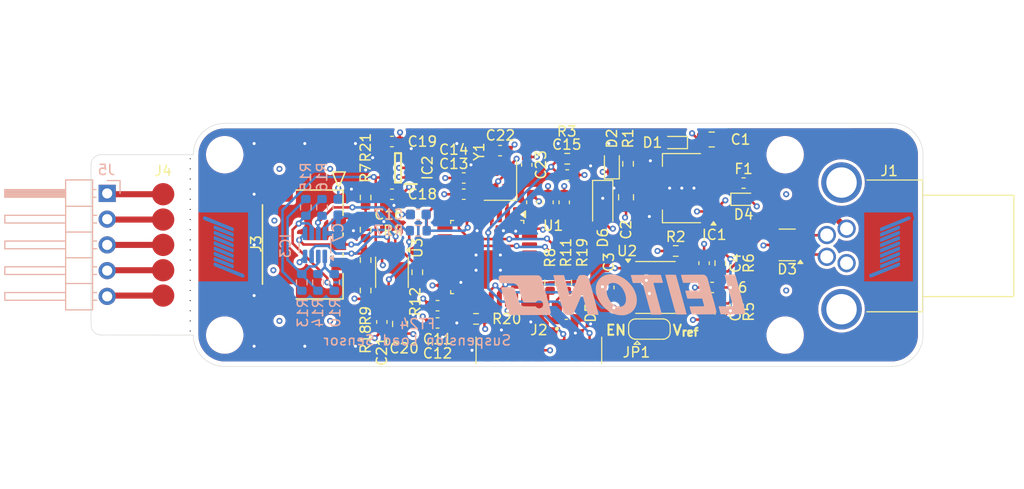
<source format=kicad_pcb>
(kicad_pcb
	(version 20240108)
	(generator "pcbnew")
	(generator_version "8.0")
	(general
		(thickness 1.6)
		(legacy_teardrops no)
	)
	(paper "A4")
	(layers
		(0 "F.Cu" signal)
		(1 "In1.Cu" signal)
		(2 "In2.Cu" signal)
		(31 "B.Cu" signal)
		(32 "B.Adhes" user "B.Adhesive")
		(33 "F.Adhes" user "F.Adhesive")
		(34 "B.Paste" user)
		(35 "F.Paste" user)
		(36 "B.SilkS" user "B.Silkscreen")
		(37 "F.SilkS" user "F.Silkscreen")
		(38 "B.Mask" user)
		(39 "F.Mask" user)
		(40 "Dwgs.User" user "User.Drawings")
		(41 "Cmts.User" user "User.Comments")
		(42 "Eco1.User" user "User.Eco1")
		(43 "Eco2.User" user "User.Eco2")
		(44 "Edge.Cuts" user)
		(45 "Margin" user)
		(46 "B.CrtYd" user "B.Courtyard")
		(47 "F.CrtYd" user "F.Courtyard")
		(48 "B.Fab" user)
		(49 "F.Fab" user)
		(50 "User.1" user)
		(51 "User.2" user)
		(52 "User.3" user)
		(53 "User.4" user)
		(54 "User.5" user)
		(55 "User.6" user)
		(56 "User.7" user)
		(57 "User.8" user)
		(58 "User.9" user)
	)
	(setup
		(stackup
			(layer "F.SilkS"
				(type "Top Silk Screen")
			)
			(layer "F.Paste"
				(type "Top Solder Paste")
			)
			(layer "F.Mask"
				(type "Top Solder Mask")
				(thickness 0.01)
			)
			(layer "F.Cu"
				(type "copper")
				(thickness 0.035)
			)
			(layer "dielectric 1"
				(type "prepreg")
				(thickness 0.1)
				(material "FR4")
				(epsilon_r 4.5)
				(loss_tangent 0.02)
			)
			(layer "In1.Cu"
				(type "copper")
				(thickness 0.035)
			)
			(layer "dielectric 2"
				(type "core")
				(thickness 1.24)
				(material "FR4")
				(epsilon_r 4.5)
				(loss_tangent 0.02)
			)
			(layer "In2.Cu"
				(type "copper")
				(thickness 0.035)
			)
			(layer "dielectric 3"
				(type "prepreg")
				(thickness 0.1)
				(material "FR4")
				(epsilon_r 4.5)
				(loss_tangent 0.02)
			)
			(layer "B.Cu"
				(type "copper")
				(thickness 0.035)
			)
			(layer "B.Mask"
				(type "Bottom Solder Mask")
				(thickness 0.01)
			)
			(layer "B.Paste"
				(type "Bottom Solder Paste")
			)
			(layer "B.SilkS"
				(type "Bottom Silk Screen")
			)
			(copper_finish "None")
			(dielectric_constraints no)
		)
		(pad_to_mask_clearance 0)
		(allow_soldermask_bridges_in_footprints no)
		(pcbplotparams
			(layerselection 0x00010fc_ffffffff)
			(plot_on_all_layers_selection 0x0000000_00000000)
			(disableapertmacros no)
			(usegerberextensions no)
			(usegerberattributes yes)
			(usegerberadvancedattributes yes)
			(creategerberjobfile yes)
			(dashed_line_dash_ratio 12.000000)
			(dashed_line_gap_ratio 3.000000)
			(svgprecision 4)
			(plotframeref no)
			(viasonmask no)
			(mode 1)
			(useauxorigin no)
			(hpglpennumber 1)
			(hpglpenspeed 20)
			(hpglpendiameter 15.000000)
			(pdf_front_fp_property_popups yes)
			(pdf_back_fp_property_popups yes)
			(dxfpolygonmode yes)
			(dxfimperialunits yes)
			(dxfusepcbnewfont yes)
			(psnegative no)
			(psa4output no)
			(plotreference yes)
			(plotvalue yes)
			(plotfptext yes)
			(plotinvisibletext no)
			(sketchpadsonfab no)
			(subtractmaskfromsilk no)
			(outputformat 1)
			(mirror no)
			(drillshape 1)
			(scaleselection 1)
			(outputdirectory "")
		)
	)
	(net 0 "")
	(net 1 "+12V")
	(net 2 "GND")
	(net 3 "+3V3")
	(net 4 "/CANH")
	(net 5 "/CANL")
	(net 6 "/NRST")
	(net 7 "/V_{x}")
	(net 8 "Net-(D2-A)")
	(net 9 "Net-(JP1-C)")
	(net 10 "Net-(U2-Rs)")
	(net 11 "/V_{out,x}")
	(net 12 "/V_{y}")
	(net 13 "unconnected-(U1-PA3-Pad9)")
	(net 14 "unconnected-(U1-PB0-Pad14)")
	(net 15 "unconnected-(U1-PA15-Pad25)")
	(net 16 "/OSC_OUT")
	(net 17 "unconnected-(U1-PA6-Pad12)")
	(net 18 "unconnected-(U1-PB4-Pad27)")
	(net 19 "unconnected-(U1-PA4-Pad10)")
	(net 20 "unconnected-(U1-PB8-Pad31)")
	(net 21 "/SWDIO")
	(net 22 "/SWCLK")
	(net 23 "unconnected-(U1-PB1-Pad15)")
	(net 24 "unconnected-(U1-PA10-Pad20)")
	(net 25 "unconnected-(U1-PB6-Pad29)")
	(net 26 "unconnected-(U1-PB5-Pad28)")
	(net 27 "Net-(D1-K)")
	(net 28 "unconnected-(U1-PB7-Pad30)")
	(net 29 "unconnected-(U1-PA7-Pad13)")
	(net 30 "/OSC_IN")
	(net 31 "unconnected-(U1-PA9-Pad19)")
	(net 32 "/CAN_Rx")
	(net 33 "/CAN_Tx")
	(net 34 "/V_{ref}")
	(net 35 "Net-(D5-RK)")
	(net 36 "/LED_R")
	(net 37 "/LED_G")
	(net 38 "Net-(D5-GK)")
	(net 39 "Net-(D5-BK)")
	(net 40 "/LED_B")
	(net 41 "/V_{can}")
	(net 42 "unconnected-(IC2-NR-Pad5)")
	(net 43 "Net-(U1-PA8)")
	(net 44 "Net-(R12-Pad1)")
	(net 45 "Net-(R12-Pad2)")
	(net 46 "Net-(IC3-Pad1)")
	(net 47 "/Strain_in_b")
	(net 48 "Net-(IC3B--)")
	(net 49 "/V_{out,y}")
	(net 50 "/V_{1}")
	(net 51 "Net-(IC3A--)")
	(net 52 "Net-(J4-Pin_4)")
	(net 53 "Net-(J4-Pin_5)")
	(net 54 "Net-(J4-Pin_3)")
	(net 55 "Net-(J4-Pin_1)")
	(net 56 "Net-(J4-Pin_2)")
	(net 57 "/Strain_out_b")
	(net 58 "/Strain_in_f")
	(footprint "Capacitor_SMD:C_0603_1608Metric" (layer "F.Cu") (at 136.2 91 180))
	(footprint "Resistor_SMD:R_0603_1608Metric" (layer "F.Cu") (at 131 95.5 -90))
	(footprint "MountingHole:MountingHole_3.2mm_M3_DIN965" (layer "F.Cu") (at 117.1 102.9))
	(footprint "Capacitor_SMD:C_0603_1608Metric" (layer "F.Cu") (at 133.6 83.8))
	(footprint "Resistor_SMD:R_0603_1608Metric" (layer "F.Cu") (at 156.9 86 90))
	(footprint "Jumper:SolderJumper-3_P1.3mm_Open_RoundedPad1.0x1.5mm" (layer "F.Cu") (at 159 102.305))
	(footprint "Capacitor_SMD:C_0805_2012Metric" (layer "F.Cu") (at 134.4 101.8 -90))
	(footprint "Capacitor_SMD:C_0603_1608Metric" (layer "F.Cu") (at 150.6 89.8 90))
	(footprint "Resistor_SMD:R_0603_1608Metric" (layer "F.Cu") (at 161.6 94.6 180))
	(footprint "SLS:LED_150080M153000" (layer "F.Cu") (at 150.8 100.7 90))
	(footprint "Package_SO:SOIC-8_3.9x4.9mm_P1.27mm" (layer "F.Cu") (at 159.6 98.2))
	(footprint "SLS:spring" (layer "F.Cu") (at 117 94.2))
	(footprint "Resistor_SMD:R_0603_1608Metric" (layer "F.Cu") (at 131 98.5 -90))
	(footprint "SLS:Pogo_pins" (layer "F.Cu") (at 111.025 94 -90))
	(footprint "Capacitor_SMD:C_0603_1608Metric" (layer "F.Cu") (at 164.4 95.8 90))
	(footprint "Resistor_SMD:R_0603_1608Metric" (layer "F.Cu") (at 131 89.325 -90))
	(footprint "SLS:spring" (layer "F.Cu") (at 182.599071 94.200295 180))
	(footprint "Resistor_SMD:R_0603_1608Metric" (layer "F.Cu") (at 166 100.6 90))
	(footprint "SLS:CON_2053380003" (layer "F.Cu") (at 128.35 91.96035 90))
	(footprint "Capacitor_SMD:C_0603_1608Metric" (layer "F.Cu") (at 138.1 101.7 180))
	(footprint "LED_SMD:LED_0603_1608Metric" (layer "F.Cu") (at 155.3 86 90))
	(footprint "Fuse:Fuse_0603_1608Metric" (layer "F.Cu") (at 168.3 87.9 180))
	(footprint "Connector_PinHeader_1.00mm:PinHeader_1x18_P1.00mm_Vertical" (layer "F.Cu") (at 113.7 85.5))
	(footprint "MountingHole:MountingHole_3.2mm_M3_DIN965" (layer "F.Cu") (at 172.4 85.1))
	(footprint "Capacitor_SMD:C_0603_1608Metric" (layer "F.Cu") (at 147.4 89.8 90))
	(footprint "Package_QFP:LQFP-32_7x7mm_P0.8mm" (layer "F.Cu") (at 143 95.2 -90))
	(footprint "Package_TO_SOT_SMD:SOT-223" (layer "F.Cu") (at 162.2 88.4 180))
	(footprint "MountingHole:MountingHole_3.2mm_M3_DIN965" (layer "F.Cu") (at 172.4 102.9))
	(footprint "Capacitor_SMD:C_0603_1608Metric" (layer "F.Cu") (at 146.9 86.1 90))
	(footprint "Capacitor_SMD:C_0603_1608Metric" (layer "F.Cu") (at 149 89.8 90))
	(footprint "Capacitor_SMD:C_0603_1608Metric" (layer "F.Cu") (at 144.275 84.7))
	(footprint "Resistor_SMD:R_0603_1608Metric" (layer "F.Cu") (at 136.1 96.7 -90))
	(footprint "Diode_SMD:D_SOD-123" (layer "F.Cu") (at 154.4 90 -90))
	(footprint "Capacitor_SMD:C_0603_1608Metric"
		(layer "F.Cu")
		(uuid "8ea76fa5-fc79-45a5-8128-80a9218f5d49")
		(at 140.686396 87.4 180)
		(descr "Capacitor SMD 0603 (1608 Metric), square (rectangular) end terminal, IPC_7351 nominal, (Body size source: IPC-SM-782 page 76, https://www.pcb-3d.com/wordpress/wp-content/uploads/ipc-sm-782a_amendment_1_and_2.pdf), generated with kicad-footprint-generator")
		(tags "capacitor")
		(property "Reference" "C14"
			(at 0.986396 2.8 180)
			(layer "F.SilkS")
			(uuid "92c355ee-346a-415a-80ec-ede7d575a0e0")
			(effects
				(font
					(size 1 1)
					(thickness 0.15)
				)
			)
		)
		(property "Value" "1µ"
			(at 0 1.43 180)
			(layer "F.Fab")
			(uuid "691c2316-e1e4-45bf-9531-376d27ed1a7c")
			(effects
				(font
					(size 1 1)
					(thickness 0.15)
				)
			)
		)
		(property "Footprint" "Capacitor_SMD:C_0603_1608Metric"
			(at 0 0 180)
			(unlocked yes)
			(layer "F.Fab")
			(hide yes)
			(uuid "36016ab5-e489-4854-8f8b-f66444cf3c31")
			(effects
				(font
					(size 1.27 1.27)
				)
			)
		)
		(property "Datasheet" ""
			(at 0 0 180)
			(unlocked yes)
			(layer "F.Fab")
			(hide yes)
			(uuid "e489ec9b-0376-476a-bea9-b3d5c99f189a")
			(effects
				(font
					(size 1.27 1.27)
				)
			)
		)
		(property "Description" "Unpolarized capacitor"
			(at 0 0 180)
			(unlocked yes)
			(layer "F.Fab")
			(hide yes)
			(uuid "0d05be30-4fb7-4b42-b0cc-40c024f1ce20")
			(effects
				(font
					(size 1.27 1.27)
				)
			)
		)
		(property ki_fp_filters "C_*")
		(path "/0973cfcd-0c95-498a-938b-46dd2b81b975")
		(sheetname "Root")
		(sheetfile "FT24-SLS.kicad_sch")
		(attr smd)
		(fp_line
			(start -0.14058 0.51)
			(end 0.14058 0.51)
			(stroke
				(width 0.12)
				(type solid)
			)
			(layer "F.SilkS")
			(uuid "9fee61c3-82ea-43d2-9b6c-04200f01f40c")
		)
		(fp_line
			(start -0.14058 -0.51)
			(end 0.14058 -0.51)
			(stroke
				(width 0.12)
				(type solid)
			)
			(layer "F.SilkS")
			(uuid "f31413e4-efb7-4d02-80b4-2b0fcf4e15bd")
		)
		(fp_line
			(start 1.48 0.73)
			(end -1.48 0.73)
			(stroke
				(width 0.05)
				(type solid)
			)
			(layer "F.CrtYd")
			(uuid "65c653fb-3276-4342-a782-df8ed9caedb4")
		)
		(fp_line
			(start 1.48 -0.73)
			(end 1.48 0.73)
			(stroke
				(width 0.05)
				(type solid)
			)
			(layer "F.CrtYd")
			(uuid "47681f2d-48bf-414b-a825-3eb5ef4ea99d")
		)
		(fp_line
			(start -1.48 0.73)
			(end -1.48 -0.73)
			(stroke
				(width 0.05)
				(type solid)
			)
			(layer "F.CrtYd")
			(uuid "dd24992d-a242-4004-927e-f863d802f6dd")
		)
		(fp_line
			(start -1.48 -0.73)
			(end 1.48 -0.73)
			(stroke
				(width 0.05)
				(type solid)
			)
			(layer "F.CrtYd")
			(uuid "f23c07d0-6913-470b-ac7d-679cd026354c")
		)
		(fp_line
			(start 0.8 0.4)
			(end -0.8 0.4)
			(stroke
				(width 0.1)
				(type solid)
			)
			(layer "F.Fab")
			(uuid "7cee4d3b-6b10-4469-96cb-56901e7ef652")
		)
		(fp_line
			(start 0.8 -0.4)
			(end 0.8 0.4)
			(stroke
				(width 0.1)
				(type solid
... [786230 chars truncated]
</source>
